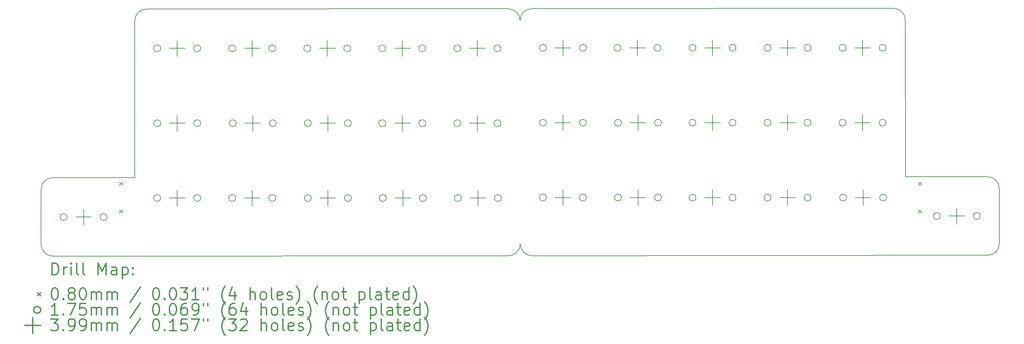
<source format=gbr>
%FSLAX45Y45*%
G04 Gerber Fmt 4.5, Leading zero omitted, Abs format (unit mm)*
G04 Created by KiCad (PCBNEW (5.1.4)-1) date 2020-11-17 13:54:00*
%MOMM*%
%LPD*%
G04 APERTURE LIST*
%ADD10C,0.200000*%
%ADD11C,0.300000*%
G04 APERTURE END LIST*
D10*
X2488767Y-10193455D02*
G75*
G02X2788498Y-9893165I300000J290D01*
G01*
X4869685Y-9891303D02*
X2788498Y-9893165D01*
X14651331Y-11582559D02*
G75*
G02X14351600Y-11882827I-300000J-268D01*
G01*
X2790389Y-11893169D02*
X14351600Y-11882827D01*
X2790389Y-11893169D02*
G75*
G02X2490121Y-11593459I-268J300000D01*
G01*
X2488767Y-10193455D02*
X2490121Y-11593459D01*
X4866120Y-5905126D02*
X4869685Y-9891303D01*
X4866120Y-5905126D02*
G75*
G02X5165853Y-5604858I300000J268D01*
G01*
X14345979Y-5596699D02*
G75*
G02X14646245Y-5896431I267J-300000D01*
G01*
X5165853Y-5604858D02*
X14345978Y-5596699D01*
X14646245Y-5896431D02*
G75*
G02X14945975Y-5596162I300000J268D01*
G01*
X24126100Y-5587897D02*
G75*
G02X24426370Y-5887629I270J-300000D01*
G01*
X26511123Y-9871944D02*
G75*
G02X26811392Y-10171697I268J-300000D01*
G01*
X24429936Y-9873806D02*
X26511123Y-9871944D01*
X26812543Y-11571702D02*
G75*
G02X26512811Y-11871948I-300000J-247D01*
G01*
X14951600Y-11882290D02*
G75*
G02X14651331Y-11582559I-268J300000D01*
G01*
X26512811Y-11871948D02*
X14951600Y-11882290D01*
X26811392Y-10171697D02*
X26812543Y-11571702D01*
X24426370Y-5887629D02*
X24429936Y-9873806D01*
X24126100Y-5587897D02*
X14945975Y-5596162D01*
D10*
X4481200Y-10013300D02*
X4561200Y-10093300D01*
X4561200Y-10013300D02*
X4481200Y-10093300D01*
X4481200Y-10713300D02*
X4561200Y-10793300D01*
X4561200Y-10713300D02*
X4481200Y-10793300D01*
X24763100Y-10013300D02*
X24843100Y-10093300D01*
X24843100Y-10013300D02*
X24763100Y-10093300D01*
X24763100Y-10713300D02*
X24843100Y-10793300D01*
X24843100Y-10713300D02*
X24763100Y-10793300D01*
X7440800Y-8509000D02*
G75*
G03X7440800Y-8509000I-87500J0D01*
G01*
X8456800Y-8509000D02*
G75*
G03X8456800Y-8509000I-87500J0D01*
G01*
X11238100Y-8509000D02*
G75*
G03X11238100Y-8509000I-87500J0D01*
G01*
X12254100Y-8509000D02*
G75*
G03X12254100Y-8509000I-87500J0D01*
G01*
X11250800Y-10414000D02*
G75*
G03X11250800Y-10414000I-87500J0D01*
G01*
X12266800Y-10414000D02*
G75*
G03X12266800Y-10414000I-87500J0D01*
G01*
X19112100Y-10401300D02*
G75*
G03X19112100Y-10401300I-87500J0D01*
G01*
X20128100Y-10401300D02*
G75*
G03X20128100Y-10401300I-87500J0D01*
G01*
X13143100Y-6604000D02*
G75*
G03X13143100Y-6604000I-87500J0D01*
G01*
X14159100Y-6604000D02*
G75*
G03X14159100Y-6604000I-87500J0D01*
G01*
X25309700Y-10871200D02*
G75*
G03X25309700Y-10871200I-87500J0D01*
G01*
X26325700Y-10871200D02*
G75*
G03X26325700Y-10871200I-87500J0D01*
G01*
X17219800Y-8496300D02*
G75*
G03X17219800Y-8496300I-87500J0D01*
G01*
X18235800Y-8496300D02*
G75*
G03X18235800Y-8496300I-87500J0D01*
G01*
X17219800Y-10401300D02*
G75*
G03X17219800Y-10401300I-87500J0D01*
G01*
X18235800Y-10401300D02*
G75*
G03X18235800Y-10401300I-87500J0D01*
G01*
X7428100Y-10414000D02*
G75*
G03X7428100Y-10414000I-87500J0D01*
G01*
X8444100Y-10414000D02*
G75*
G03X8444100Y-10414000I-87500J0D01*
G01*
X5523100Y-8509000D02*
G75*
G03X5523100Y-8509000I-87500J0D01*
G01*
X6539100Y-8509000D02*
G75*
G03X6539100Y-8509000I-87500J0D01*
G01*
X9345800Y-10414000D02*
G75*
G03X9345800Y-10414000I-87500J0D01*
G01*
X10361800Y-10414000D02*
G75*
G03X10361800Y-10414000I-87500J0D01*
G01*
X5523100Y-10414000D02*
G75*
G03X5523100Y-10414000I-87500J0D01*
G01*
X6539100Y-10414000D02*
G75*
G03X6539100Y-10414000I-87500J0D01*
G01*
X15314800Y-6591300D02*
G75*
G03X15314800Y-6591300I-87500J0D01*
G01*
X16330800Y-6591300D02*
G75*
G03X16330800Y-6591300I-87500J0D01*
G01*
X15314800Y-8496300D02*
G75*
G03X15314800Y-8496300I-87500J0D01*
G01*
X16330800Y-8496300D02*
G75*
G03X16330800Y-8496300I-87500J0D01*
G01*
X22922100Y-8496300D02*
G75*
G03X22922100Y-8496300I-87500J0D01*
G01*
X23938100Y-8496300D02*
G75*
G03X23938100Y-8496300I-87500J0D01*
G01*
X22922100Y-6591300D02*
G75*
G03X22922100Y-6591300I-87500J0D01*
G01*
X23938100Y-6591300D02*
G75*
G03X23938100Y-6591300I-87500J0D01*
G01*
X15314800Y-10401300D02*
G75*
G03X15314800Y-10401300I-87500J0D01*
G01*
X16330800Y-10401300D02*
G75*
G03X16330800Y-10401300I-87500J0D01*
G01*
X22934800Y-10401300D02*
G75*
G03X22934800Y-10401300I-87500J0D01*
G01*
X23950800Y-10401300D02*
G75*
G03X23950800Y-10401300I-87500J0D01*
G01*
X19112100Y-6591300D02*
G75*
G03X19112100Y-6591300I-87500J0D01*
G01*
X20128100Y-6591300D02*
G75*
G03X20128100Y-6591300I-87500J0D01*
G01*
X11238100Y-6604000D02*
G75*
G03X11238100Y-6604000I-87500J0D01*
G01*
X12254100Y-6604000D02*
G75*
G03X12254100Y-6604000I-87500J0D01*
G01*
X13155800Y-10414000D02*
G75*
G03X13155800Y-10414000I-87500J0D01*
G01*
X14171800Y-10414000D02*
G75*
G03X14171800Y-10414000I-87500J0D01*
G01*
X9345800Y-8509000D02*
G75*
G03X9345800Y-8509000I-87500J0D01*
G01*
X10361800Y-8509000D02*
G75*
G03X10361800Y-8509000I-87500J0D01*
G01*
X3148200Y-10896600D02*
G75*
G03X3148200Y-10896600I-87500J0D01*
G01*
X4164200Y-10896600D02*
G75*
G03X4164200Y-10896600I-87500J0D01*
G01*
X5523100Y-6604000D02*
G75*
G03X5523100Y-6604000I-87500J0D01*
G01*
X6539100Y-6604000D02*
G75*
G03X6539100Y-6604000I-87500J0D01*
G01*
X21017100Y-8496300D02*
G75*
G03X21017100Y-8496300I-87500J0D01*
G01*
X22033100Y-8496300D02*
G75*
G03X22033100Y-8496300I-87500J0D01*
G01*
X17207100Y-6591300D02*
G75*
G03X17207100Y-6591300I-87500J0D01*
G01*
X18223100Y-6591300D02*
G75*
G03X18223100Y-6591300I-87500J0D01*
G01*
X19112100Y-8496300D02*
G75*
G03X19112100Y-8496300I-87500J0D01*
G01*
X20128100Y-8496300D02*
G75*
G03X20128100Y-8496300I-87500J0D01*
G01*
X21017100Y-10401300D02*
G75*
G03X21017100Y-10401300I-87500J0D01*
G01*
X22033100Y-10401300D02*
G75*
G03X22033100Y-10401300I-87500J0D01*
G01*
X21017100Y-6591300D02*
G75*
G03X21017100Y-6591300I-87500J0D01*
G01*
X22033100Y-6591300D02*
G75*
G03X22033100Y-6591300I-87500J0D01*
G01*
X9333100Y-6604000D02*
G75*
G03X9333100Y-6604000I-87500J0D01*
G01*
X10349100Y-6604000D02*
G75*
G03X10349100Y-6604000I-87500J0D01*
G01*
X13143100Y-8509000D02*
G75*
G03X13143100Y-8509000I-87500J0D01*
G01*
X14159100Y-8509000D02*
G75*
G03X14159100Y-8509000I-87500J0D01*
G01*
X7428100Y-6604000D02*
G75*
G03X7428100Y-6604000I-87500J0D01*
G01*
X8444100Y-6604000D02*
G75*
G03X8444100Y-6604000I-87500J0D01*
G01*
X3568700Y-10697210D02*
X3568700Y-11095990D01*
X3369310Y-10896600D02*
X3768090Y-10896600D01*
X5943600Y-6404610D02*
X5943600Y-6803390D01*
X5744210Y-6604000D02*
X6142990Y-6604000D01*
X21437600Y-8296910D02*
X21437600Y-8695690D01*
X21238210Y-8496300D02*
X21636990Y-8496300D01*
X17627600Y-6391910D02*
X17627600Y-6790690D01*
X17428210Y-6591300D02*
X17826990Y-6591300D01*
X19532600Y-8296910D02*
X19532600Y-8695690D01*
X19333210Y-8496300D02*
X19731990Y-8496300D01*
X21437600Y-10201910D02*
X21437600Y-10600690D01*
X21238210Y-10401300D02*
X21636990Y-10401300D01*
X21437600Y-6391910D02*
X21437600Y-6790690D01*
X21238210Y-6591300D02*
X21636990Y-6591300D01*
X9753600Y-6404610D02*
X9753600Y-6803390D01*
X9554210Y-6604000D02*
X9952990Y-6604000D01*
X13563600Y-8309610D02*
X13563600Y-8708390D01*
X13364210Y-8509000D02*
X13762990Y-8509000D01*
X7848600Y-6404610D02*
X7848600Y-6803390D01*
X7649210Y-6604000D02*
X8047990Y-6604000D01*
X7861300Y-8309610D02*
X7861300Y-8708390D01*
X7661910Y-8509000D02*
X8060690Y-8509000D01*
X11658600Y-8309610D02*
X11658600Y-8708390D01*
X11459210Y-8509000D02*
X11857990Y-8509000D01*
X11671300Y-10214610D02*
X11671300Y-10613390D01*
X11471910Y-10414000D02*
X11870690Y-10414000D01*
X19532600Y-10201910D02*
X19532600Y-10600690D01*
X19333210Y-10401300D02*
X19731990Y-10401300D01*
X13563600Y-6404610D02*
X13563600Y-6803390D01*
X13364210Y-6604000D02*
X13762990Y-6604000D01*
X25730200Y-10671810D02*
X25730200Y-11070590D01*
X25530810Y-10871200D02*
X25929590Y-10871200D01*
X17640300Y-8296910D02*
X17640300Y-8695690D01*
X17440910Y-8496300D02*
X17839690Y-8496300D01*
X17640300Y-10201910D02*
X17640300Y-10600690D01*
X17440910Y-10401300D02*
X17839690Y-10401300D01*
X7848600Y-10214610D02*
X7848600Y-10613390D01*
X7649210Y-10414000D02*
X8047990Y-10414000D01*
X5943600Y-8309610D02*
X5943600Y-8708390D01*
X5744210Y-8509000D02*
X6142990Y-8509000D01*
X9766300Y-10214610D02*
X9766300Y-10613390D01*
X9566910Y-10414000D02*
X9965690Y-10414000D01*
X5943600Y-10214610D02*
X5943600Y-10613390D01*
X5744210Y-10414000D02*
X6142990Y-10414000D01*
X15735300Y-6391910D02*
X15735300Y-6790690D01*
X15535910Y-6591300D02*
X15934690Y-6591300D01*
X15735300Y-8296910D02*
X15735300Y-8695690D01*
X15535910Y-8496300D02*
X15934690Y-8496300D01*
X23342600Y-8296910D02*
X23342600Y-8695690D01*
X23143210Y-8496300D02*
X23541990Y-8496300D01*
X23342600Y-6391910D02*
X23342600Y-6790690D01*
X23143210Y-6591300D02*
X23541990Y-6591300D01*
X15735300Y-10201910D02*
X15735300Y-10600690D01*
X15535910Y-10401300D02*
X15934690Y-10401300D01*
X23355300Y-10201910D02*
X23355300Y-10600690D01*
X23155910Y-10401300D02*
X23554690Y-10401300D01*
X19532600Y-6391910D02*
X19532600Y-6790690D01*
X19333210Y-6591300D02*
X19731990Y-6591300D01*
X11658600Y-6404610D02*
X11658600Y-6803390D01*
X11459210Y-6604000D02*
X11857990Y-6604000D01*
X13576300Y-10214610D02*
X13576300Y-10613390D01*
X13376910Y-10414000D02*
X13775690Y-10414000D01*
X9766300Y-8309610D02*
X9766300Y-8708390D01*
X9566910Y-8509000D02*
X9965690Y-8509000D01*
D11*
X2765195Y-12368883D02*
X2765195Y-12068883D01*
X2836624Y-12068883D01*
X2879481Y-12083169D01*
X2908052Y-12111740D01*
X2922338Y-12140312D01*
X2936624Y-12197455D01*
X2936624Y-12240312D01*
X2922338Y-12297455D01*
X2908052Y-12326026D01*
X2879481Y-12354597D01*
X2836624Y-12368883D01*
X2765195Y-12368883D01*
X3065195Y-12368883D02*
X3065195Y-12168883D01*
X3065195Y-12226026D02*
X3079481Y-12197455D01*
X3093766Y-12183169D01*
X3122338Y-12168883D01*
X3150909Y-12168883D01*
X3250909Y-12368883D02*
X3250909Y-12168883D01*
X3250909Y-12068883D02*
X3236624Y-12083169D01*
X3250909Y-12097455D01*
X3265195Y-12083169D01*
X3250909Y-12068883D01*
X3250909Y-12097455D01*
X3436624Y-12368883D02*
X3408052Y-12354597D01*
X3393766Y-12326026D01*
X3393766Y-12068883D01*
X3593766Y-12368883D02*
X3565195Y-12354597D01*
X3550909Y-12326026D01*
X3550909Y-12068883D01*
X3936624Y-12368883D02*
X3936624Y-12068883D01*
X4036624Y-12283169D01*
X4136624Y-12068883D01*
X4136624Y-12368883D01*
X4408052Y-12368883D02*
X4408052Y-12211740D01*
X4393767Y-12183169D01*
X4365195Y-12168883D01*
X4308052Y-12168883D01*
X4279481Y-12183169D01*
X4408052Y-12354597D02*
X4379481Y-12368883D01*
X4308052Y-12368883D01*
X4279481Y-12354597D01*
X4265195Y-12326026D01*
X4265195Y-12297455D01*
X4279481Y-12268883D01*
X4308052Y-12254597D01*
X4379481Y-12254597D01*
X4408052Y-12240312D01*
X4550909Y-12168883D02*
X4550909Y-12468883D01*
X4550909Y-12183169D02*
X4579481Y-12168883D01*
X4636624Y-12168883D01*
X4665195Y-12183169D01*
X4679481Y-12197455D01*
X4693767Y-12226026D01*
X4693767Y-12311740D01*
X4679481Y-12340312D01*
X4665195Y-12354597D01*
X4636624Y-12368883D01*
X4579481Y-12368883D01*
X4550909Y-12354597D01*
X4822338Y-12340312D02*
X4836624Y-12354597D01*
X4822338Y-12368883D01*
X4808052Y-12354597D01*
X4822338Y-12340312D01*
X4822338Y-12368883D01*
X4822338Y-12183169D02*
X4836624Y-12197455D01*
X4822338Y-12211740D01*
X4808052Y-12197455D01*
X4822338Y-12183169D01*
X4822338Y-12211740D01*
X2398767Y-12823169D02*
X2478767Y-12903169D01*
X2478767Y-12823169D02*
X2398767Y-12903169D01*
X2822338Y-12698883D02*
X2850909Y-12698883D01*
X2879481Y-12713169D01*
X2893766Y-12727455D01*
X2908052Y-12756026D01*
X2922338Y-12813169D01*
X2922338Y-12884597D01*
X2908052Y-12941740D01*
X2893766Y-12970312D01*
X2879481Y-12984597D01*
X2850909Y-12998883D01*
X2822338Y-12998883D01*
X2793767Y-12984597D01*
X2779481Y-12970312D01*
X2765195Y-12941740D01*
X2750909Y-12884597D01*
X2750909Y-12813169D01*
X2765195Y-12756026D01*
X2779481Y-12727455D01*
X2793767Y-12713169D01*
X2822338Y-12698883D01*
X3050909Y-12970312D02*
X3065195Y-12984597D01*
X3050909Y-12998883D01*
X3036624Y-12984597D01*
X3050909Y-12970312D01*
X3050909Y-12998883D01*
X3236624Y-12827455D02*
X3208052Y-12813169D01*
X3193766Y-12798883D01*
X3179481Y-12770312D01*
X3179481Y-12756026D01*
X3193766Y-12727455D01*
X3208052Y-12713169D01*
X3236624Y-12698883D01*
X3293766Y-12698883D01*
X3322338Y-12713169D01*
X3336624Y-12727455D01*
X3350909Y-12756026D01*
X3350909Y-12770312D01*
X3336624Y-12798883D01*
X3322338Y-12813169D01*
X3293766Y-12827455D01*
X3236624Y-12827455D01*
X3208052Y-12841740D01*
X3193766Y-12856026D01*
X3179481Y-12884597D01*
X3179481Y-12941740D01*
X3193766Y-12970312D01*
X3208052Y-12984597D01*
X3236624Y-12998883D01*
X3293766Y-12998883D01*
X3322338Y-12984597D01*
X3336624Y-12970312D01*
X3350909Y-12941740D01*
X3350909Y-12884597D01*
X3336624Y-12856026D01*
X3322338Y-12841740D01*
X3293766Y-12827455D01*
X3536624Y-12698883D02*
X3565195Y-12698883D01*
X3593766Y-12713169D01*
X3608052Y-12727455D01*
X3622338Y-12756026D01*
X3636624Y-12813169D01*
X3636624Y-12884597D01*
X3622338Y-12941740D01*
X3608052Y-12970312D01*
X3593766Y-12984597D01*
X3565195Y-12998883D01*
X3536624Y-12998883D01*
X3508052Y-12984597D01*
X3493766Y-12970312D01*
X3479481Y-12941740D01*
X3465195Y-12884597D01*
X3465195Y-12813169D01*
X3479481Y-12756026D01*
X3493766Y-12727455D01*
X3508052Y-12713169D01*
X3536624Y-12698883D01*
X3765195Y-12998883D02*
X3765195Y-12798883D01*
X3765195Y-12827455D02*
X3779481Y-12813169D01*
X3808052Y-12798883D01*
X3850909Y-12798883D01*
X3879481Y-12813169D01*
X3893766Y-12841740D01*
X3893766Y-12998883D01*
X3893766Y-12841740D02*
X3908052Y-12813169D01*
X3936624Y-12798883D01*
X3979481Y-12798883D01*
X4008052Y-12813169D01*
X4022338Y-12841740D01*
X4022338Y-12998883D01*
X4165195Y-12998883D02*
X4165195Y-12798883D01*
X4165195Y-12827455D02*
X4179481Y-12813169D01*
X4208052Y-12798883D01*
X4250909Y-12798883D01*
X4279481Y-12813169D01*
X4293767Y-12841740D01*
X4293767Y-12998883D01*
X4293767Y-12841740D02*
X4308052Y-12813169D01*
X4336624Y-12798883D01*
X4379481Y-12798883D01*
X4408052Y-12813169D01*
X4422338Y-12841740D01*
X4422338Y-12998883D01*
X5008052Y-12684597D02*
X4750909Y-13070312D01*
X5393767Y-12698883D02*
X5422338Y-12698883D01*
X5450909Y-12713169D01*
X5465195Y-12727455D01*
X5479481Y-12756026D01*
X5493766Y-12813169D01*
X5493766Y-12884597D01*
X5479481Y-12941740D01*
X5465195Y-12970312D01*
X5450909Y-12984597D01*
X5422338Y-12998883D01*
X5393767Y-12998883D01*
X5365195Y-12984597D01*
X5350909Y-12970312D01*
X5336624Y-12941740D01*
X5322338Y-12884597D01*
X5322338Y-12813169D01*
X5336624Y-12756026D01*
X5350909Y-12727455D01*
X5365195Y-12713169D01*
X5393767Y-12698883D01*
X5622338Y-12970312D02*
X5636624Y-12984597D01*
X5622338Y-12998883D01*
X5608052Y-12984597D01*
X5622338Y-12970312D01*
X5622338Y-12998883D01*
X5822338Y-12698883D02*
X5850909Y-12698883D01*
X5879481Y-12713169D01*
X5893766Y-12727455D01*
X5908052Y-12756026D01*
X5922338Y-12813169D01*
X5922338Y-12884597D01*
X5908052Y-12941740D01*
X5893766Y-12970312D01*
X5879481Y-12984597D01*
X5850909Y-12998883D01*
X5822338Y-12998883D01*
X5793766Y-12984597D01*
X5779481Y-12970312D01*
X5765195Y-12941740D01*
X5750909Y-12884597D01*
X5750909Y-12813169D01*
X5765195Y-12756026D01*
X5779481Y-12727455D01*
X5793766Y-12713169D01*
X5822338Y-12698883D01*
X6022338Y-12698883D02*
X6208052Y-12698883D01*
X6108052Y-12813169D01*
X6150909Y-12813169D01*
X6179481Y-12827455D01*
X6193766Y-12841740D01*
X6208052Y-12870312D01*
X6208052Y-12941740D01*
X6193766Y-12970312D01*
X6179481Y-12984597D01*
X6150909Y-12998883D01*
X6065195Y-12998883D01*
X6036624Y-12984597D01*
X6022338Y-12970312D01*
X6493766Y-12998883D02*
X6322338Y-12998883D01*
X6408052Y-12998883D02*
X6408052Y-12698883D01*
X6379481Y-12741740D01*
X6350909Y-12770312D01*
X6322338Y-12784597D01*
X6608052Y-12698883D02*
X6608052Y-12756026D01*
X6722338Y-12698883D02*
X6722338Y-12756026D01*
X7165195Y-13113169D02*
X7150909Y-13098883D01*
X7122338Y-13056026D01*
X7108052Y-13027455D01*
X7093766Y-12984597D01*
X7079481Y-12913169D01*
X7079481Y-12856026D01*
X7093766Y-12784597D01*
X7108052Y-12741740D01*
X7122338Y-12713169D01*
X7150909Y-12670312D01*
X7165195Y-12656026D01*
X7408052Y-12798883D02*
X7408052Y-12998883D01*
X7336624Y-12684597D02*
X7265195Y-12898883D01*
X7450909Y-12898883D01*
X7793766Y-12998883D02*
X7793766Y-12698883D01*
X7922338Y-12998883D02*
X7922338Y-12841740D01*
X7908052Y-12813169D01*
X7879481Y-12798883D01*
X7836624Y-12798883D01*
X7808052Y-12813169D01*
X7793766Y-12827455D01*
X8108052Y-12998883D02*
X8079481Y-12984597D01*
X8065195Y-12970312D01*
X8050909Y-12941740D01*
X8050909Y-12856026D01*
X8065195Y-12827455D01*
X8079481Y-12813169D01*
X8108052Y-12798883D01*
X8150909Y-12798883D01*
X8179481Y-12813169D01*
X8193766Y-12827455D01*
X8208052Y-12856026D01*
X8208052Y-12941740D01*
X8193766Y-12970312D01*
X8179481Y-12984597D01*
X8150909Y-12998883D01*
X8108052Y-12998883D01*
X8379481Y-12998883D02*
X8350909Y-12984597D01*
X8336624Y-12956026D01*
X8336624Y-12698883D01*
X8608052Y-12984597D02*
X8579481Y-12998883D01*
X8522338Y-12998883D01*
X8493767Y-12984597D01*
X8479481Y-12956026D01*
X8479481Y-12841740D01*
X8493767Y-12813169D01*
X8522338Y-12798883D01*
X8579481Y-12798883D01*
X8608052Y-12813169D01*
X8622338Y-12841740D01*
X8622338Y-12870312D01*
X8479481Y-12898883D01*
X8736624Y-12984597D02*
X8765195Y-12998883D01*
X8822338Y-12998883D01*
X8850909Y-12984597D01*
X8865195Y-12956026D01*
X8865195Y-12941740D01*
X8850909Y-12913169D01*
X8822338Y-12898883D01*
X8779481Y-12898883D01*
X8750909Y-12884597D01*
X8736624Y-12856026D01*
X8736624Y-12841740D01*
X8750909Y-12813169D01*
X8779481Y-12798883D01*
X8822338Y-12798883D01*
X8850909Y-12813169D01*
X8965195Y-13113169D02*
X8979481Y-13098883D01*
X9008052Y-13056026D01*
X9022338Y-13027455D01*
X9036624Y-12984597D01*
X9050909Y-12913169D01*
X9050909Y-12856026D01*
X9036624Y-12784597D01*
X9022338Y-12741740D01*
X9008052Y-12713169D01*
X8979481Y-12670312D01*
X8965195Y-12656026D01*
X9508052Y-13113169D02*
X9493767Y-13098883D01*
X9465195Y-13056026D01*
X9450909Y-13027455D01*
X9436624Y-12984597D01*
X9422338Y-12913169D01*
X9422338Y-12856026D01*
X9436624Y-12784597D01*
X9450909Y-12741740D01*
X9465195Y-12713169D01*
X9493767Y-12670312D01*
X9508052Y-12656026D01*
X9622338Y-12798883D02*
X9622338Y-12998883D01*
X9622338Y-12827455D02*
X9636624Y-12813169D01*
X9665195Y-12798883D01*
X9708052Y-12798883D01*
X9736624Y-12813169D01*
X9750909Y-12841740D01*
X9750909Y-12998883D01*
X9936624Y-12998883D02*
X9908052Y-12984597D01*
X9893767Y-12970312D01*
X9879481Y-12941740D01*
X9879481Y-12856026D01*
X9893767Y-12827455D01*
X9908052Y-12813169D01*
X9936624Y-12798883D01*
X9979481Y-12798883D01*
X10008052Y-12813169D01*
X10022338Y-12827455D01*
X10036624Y-12856026D01*
X10036624Y-12941740D01*
X10022338Y-12970312D01*
X10008052Y-12984597D01*
X9979481Y-12998883D01*
X9936624Y-12998883D01*
X10122338Y-12798883D02*
X10236624Y-12798883D01*
X10165195Y-12698883D02*
X10165195Y-12956026D01*
X10179481Y-12984597D01*
X10208052Y-12998883D01*
X10236624Y-12998883D01*
X10565195Y-12798883D02*
X10565195Y-13098883D01*
X10565195Y-12813169D02*
X10593767Y-12798883D01*
X10650909Y-12798883D01*
X10679481Y-12813169D01*
X10693767Y-12827455D01*
X10708052Y-12856026D01*
X10708052Y-12941740D01*
X10693767Y-12970312D01*
X10679481Y-12984597D01*
X10650909Y-12998883D01*
X10593767Y-12998883D01*
X10565195Y-12984597D01*
X10879481Y-12998883D02*
X10850909Y-12984597D01*
X10836624Y-12956026D01*
X10836624Y-12698883D01*
X11122338Y-12998883D02*
X11122338Y-12841740D01*
X11108052Y-12813169D01*
X11079481Y-12798883D01*
X11022338Y-12798883D01*
X10993767Y-12813169D01*
X11122338Y-12984597D02*
X11093767Y-12998883D01*
X11022338Y-12998883D01*
X10993767Y-12984597D01*
X10979481Y-12956026D01*
X10979481Y-12927455D01*
X10993767Y-12898883D01*
X11022338Y-12884597D01*
X11093767Y-12884597D01*
X11122338Y-12870312D01*
X11222338Y-12798883D02*
X11336624Y-12798883D01*
X11265195Y-12698883D02*
X11265195Y-12956026D01*
X11279481Y-12984597D01*
X11308052Y-12998883D01*
X11336624Y-12998883D01*
X11550909Y-12984597D02*
X11522338Y-12998883D01*
X11465195Y-12998883D01*
X11436624Y-12984597D01*
X11422338Y-12956026D01*
X11422338Y-12841740D01*
X11436624Y-12813169D01*
X11465195Y-12798883D01*
X11522338Y-12798883D01*
X11550909Y-12813169D01*
X11565195Y-12841740D01*
X11565195Y-12870312D01*
X11422338Y-12898883D01*
X11822338Y-12998883D02*
X11822338Y-12698883D01*
X11822338Y-12984597D02*
X11793766Y-12998883D01*
X11736624Y-12998883D01*
X11708052Y-12984597D01*
X11693766Y-12970312D01*
X11679481Y-12941740D01*
X11679481Y-12856026D01*
X11693766Y-12827455D01*
X11708052Y-12813169D01*
X11736624Y-12798883D01*
X11793766Y-12798883D01*
X11822338Y-12813169D01*
X11936624Y-13113169D02*
X11950909Y-13098883D01*
X11979481Y-13056026D01*
X11993766Y-13027455D01*
X12008052Y-12984597D01*
X12022338Y-12913169D01*
X12022338Y-12856026D01*
X12008052Y-12784597D01*
X11993766Y-12741740D01*
X11979481Y-12713169D01*
X11950909Y-12670312D01*
X11936624Y-12656026D01*
X2478767Y-13259169D02*
G75*
G03X2478767Y-13259169I-87500J0D01*
G01*
X2922338Y-13394883D02*
X2750909Y-13394883D01*
X2836624Y-13394883D02*
X2836624Y-13094883D01*
X2808052Y-13137740D01*
X2779481Y-13166312D01*
X2750909Y-13180597D01*
X3050909Y-13366312D02*
X3065195Y-13380597D01*
X3050909Y-13394883D01*
X3036624Y-13380597D01*
X3050909Y-13366312D01*
X3050909Y-13394883D01*
X3165195Y-13094883D02*
X3365195Y-13094883D01*
X3236624Y-13394883D01*
X3622338Y-13094883D02*
X3479481Y-13094883D01*
X3465195Y-13237740D01*
X3479481Y-13223455D01*
X3508052Y-13209169D01*
X3579481Y-13209169D01*
X3608052Y-13223455D01*
X3622338Y-13237740D01*
X3636624Y-13266312D01*
X3636624Y-13337740D01*
X3622338Y-13366312D01*
X3608052Y-13380597D01*
X3579481Y-13394883D01*
X3508052Y-13394883D01*
X3479481Y-13380597D01*
X3465195Y-13366312D01*
X3765195Y-13394883D02*
X3765195Y-13194883D01*
X3765195Y-13223455D02*
X3779481Y-13209169D01*
X3808052Y-13194883D01*
X3850909Y-13194883D01*
X3879481Y-13209169D01*
X3893766Y-13237740D01*
X3893766Y-13394883D01*
X3893766Y-13237740D02*
X3908052Y-13209169D01*
X3936624Y-13194883D01*
X3979481Y-13194883D01*
X4008052Y-13209169D01*
X4022338Y-13237740D01*
X4022338Y-13394883D01*
X4165195Y-13394883D02*
X4165195Y-13194883D01*
X4165195Y-13223455D02*
X4179481Y-13209169D01*
X4208052Y-13194883D01*
X4250909Y-13194883D01*
X4279481Y-13209169D01*
X4293767Y-13237740D01*
X4293767Y-13394883D01*
X4293767Y-13237740D02*
X4308052Y-13209169D01*
X4336624Y-13194883D01*
X4379481Y-13194883D01*
X4408052Y-13209169D01*
X4422338Y-13237740D01*
X4422338Y-13394883D01*
X5008052Y-13080597D02*
X4750909Y-13466312D01*
X5393767Y-13094883D02*
X5422338Y-13094883D01*
X5450909Y-13109169D01*
X5465195Y-13123455D01*
X5479481Y-13152026D01*
X5493766Y-13209169D01*
X5493766Y-13280597D01*
X5479481Y-13337740D01*
X5465195Y-13366312D01*
X5450909Y-13380597D01*
X5422338Y-13394883D01*
X5393767Y-13394883D01*
X5365195Y-13380597D01*
X5350909Y-13366312D01*
X5336624Y-13337740D01*
X5322338Y-13280597D01*
X5322338Y-13209169D01*
X5336624Y-13152026D01*
X5350909Y-13123455D01*
X5365195Y-13109169D01*
X5393767Y-13094883D01*
X5622338Y-13366312D02*
X5636624Y-13380597D01*
X5622338Y-13394883D01*
X5608052Y-13380597D01*
X5622338Y-13366312D01*
X5622338Y-13394883D01*
X5822338Y-13094883D02*
X5850909Y-13094883D01*
X5879481Y-13109169D01*
X5893766Y-13123455D01*
X5908052Y-13152026D01*
X5922338Y-13209169D01*
X5922338Y-13280597D01*
X5908052Y-13337740D01*
X5893766Y-13366312D01*
X5879481Y-13380597D01*
X5850909Y-13394883D01*
X5822338Y-13394883D01*
X5793766Y-13380597D01*
X5779481Y-13366312D01*
X5765195Y-13337740D01*
X5750909Y-13280597D01*
X5750909Y-13209169D01*
X5765195Y-13152026D01*
X5779481Y-13123455D01*
X5793766Y-13109169D01*
X5822338Y-13094883D01*
X6179481Y-13094883D02*
X6122338Y-13094883D01*
X6093766Y-13109169D01*
X6079481Y-13123455D01*
X6050909Y-13166312D01*
X6036624Y-13223455D01*
X6036624Y-13337740D01*
X6050909Y-13366312D01*
X6065195Y-13380597D01*
X6093766Y-13394883D01*
X6150909Y-13394883D01*
X6179481Y-13380597D01*
X6193766Y-13366312D01*
X6208052Y-13337740D01*
X6208052Y-13266312D01*
X6193766Y-13237740D01*
X6179481Y-13223455D01*
X6150909Y-13209169D01*
X6093766Y-13209169D01*
X6065195Y-13223455D01*
X6050909Y-13237740D01*
X6036624Y-13266312D01*
X6350909Y-13394883D02*
X6408052Y-13394883D01*
X6436624Y-13380597D01*
X6450909Y-13366312D01*
X6479481Y-13323455D01*
X6493766Y-13266312D01*
X6493766Y-13152026D01*
X6479481Y-13123455D01*
X6465195Y-13109169D01*
X6436624Y-13094883D01*
X6379481Y-13094883D01*
X6350909Y-13109169D01*
X6336624Y-13123455D01*
X6322338Y-13152026D01*
X6322338Y-13223455D01*
X6336624Y-13252026D01*
X6350909Y-13266312D01*
X6379481Y-13280597D01*
X6436624Y-13280597D01*
X6465195Y-13266312D01*
X6479481Y-13252026D01*
X6493766Y-13223455D01*
X6608052Y-13094883D02*
X6608052Y-13152026D01*
X6722338Y-13094883D02*
X6722338Y-13152026D01*
X7165195Y-13509169D02*
X7150909Y-13494883D01*
X7122338Y-13452026D01*
X7108052Y-13423455D01*
X7093766Y-13380597D01*
X7079481Y-13309169D01*
X7079481Y-13252026D01*
X7093766Y-13180597D01*
X7108052Y-13137740D01*
X7122338Y-13109169D01*
X7150909Y-13066312D01*
X7165195Y-13052026D01*
X7408052Y-13094883D02*
X7350909Y-13094883D01*
X7322338Y-13109169D01*
X7308052Y-13123455D01*
X7279481Y-13166312D01*
X7265195Y-13223455D01*
X7265195Y-13337740D01*
X7279481Y-13366312D01*
X7293766Y-13380597D01*
X7322338Y-13394883D01*
X7379481Y-13394883D01*
X7408052Y-13380597D01*
X7422338Y-13366312D01*
X7436624Y-13337740D01*
X7436624Y-13266312D01*
X7422338Y-13237740D01*
X7408052Y-13223455D01*
X7379481Y-13209169D01*
X7322338Y-13209169D01*
X7293766Y-13223455D01*
X7279481Y-13237740D01*
X7265195Y-13266312D01*
X7693766Y-13194883D02*
X7693766Y-13394883D01*
X7622338Y-13080597D02*
X7550909Y-13294883D01*
X7736624Y-13294883D01*
X8079481Y-13394883D02*
X8079481Y-13094883D01*
X8208052Y-13394883D02*
X8208052Y-13237740D01*
X8193766Y-13209169D01*
X8165195Y-13194883D01*
X8122338Y-13194883D01*
X8093766Y-13209169D01*
X8079481Y-13223455D01*
X8393767Y-13394883D02*
X8365195Y-13380597D01*
X8350909Y-13366312D01*
X8336624Y-13337740D01*
X8336624Y-13252026D01*
X8350909Y-13223455D01*
X8365195Y-13209169D01*
X8393767Y-13194883D01*
X8436624Y-13194883D01*
X8465195Y-13209169D01*
X8479481Y-13223455D01*
X8493767Y-13252026D01*
X8493767Y-13337740D01*
X8479481Y-13366312D01*
X8465195Y-13380597D01*
X8436624Y-13394883D01*
X8393767Y-13394883D01*
X8665195Y-13394883D02*
X8636624Y-13380597D01*
X8622338Y-13352026D01*
X8622338Y-13094883D01*
X8893767Y-13380597D02*
X8865195Y-13394883D01*
X8808052Y-13394883D01*
X8779481Y-13380597D01*
X8765195Y-13352026D01*
X8765195Y-13237740D01*
X8779481Y-13209169D01*
X8808052Y-13194883D01*
X8865195Y-13194883D01*
X8893767Y-13209169D01*
X8908052Y-13237740D01*
X8908052Y-13266312D01*
X8765195Y-13294883D01*
X9022338Y-13380597D02*
X9050909Y-13394883D01*
X9108052Y-13394883D01*
X9136624Y-13380597D01*
X9150909Y-13352026D01*
X9150909Y-13337740D01*
X9136624Y-13309169D01*
X9108052Y-13294883D01*
X9065195Y-13294883D01*
X9036624Y-13280597D01*
X9022338Y-13252026D01*
X9022338Y-13237740D01*
X9036624Y-13209169D01*
X9065195Y-13194883D01*
X9108052Y-13194883D01*
X9136624Y-13209169D01*
X9250909Y-13509169D02*
X9265195Y-13494883D01*
X9293767Y-13452026D01*
X9308052Y-13423455D01*
X9322338Y-13380597D01*
X9336624Y-13309169D01*
X9336624Y-13252026D01*
X9322338Y-13180597D01*
X9308052Y-13137740D01*
X9293767Y-13109169D01*
X9265195Y-13066312D01*
X9250909Y-13052026D01*
X9793766Y-13509169D02*
X9779481Y-13494883D01*
X9750909Y-13452026D01*
X9736624Y-13423455D01*
X9722338Y-13380597D01*
X9708052Y-13309169D01*
X9708052Y-13252026D01*
X9722338Y-13180597D01*
X9736624Y-13137740D01*
X9750909Y-13109169D01*
X9779481Y-13066312D01*
X9793766Y-13052026D01*
X9908052Y-13194883D02*
X9908052Y-13394883D01*
X9908052Y-13223455D02*
X9922338Y-13209169D01*
X9950909Y-13194883D01*
X9993766Y-13194883D01*
X10022338Y-13209169D01*
X10036624Y-13237740D01*
X10036624Y-13394883D01*
X10222338Y-13394883D02*
X10193766Y-13380597D01*
X10179481Y-13366312D01*
X10165195Y-13337740D01*
X10165195Y-13252026D01*
X10179481Y-13223455D01*
X10193766Y-13209169D01*
X10222338Y-13194883D01*
X10265195Y-13194883D01*
X10293766Y-13209169D01*
X10308052Y-13223455D01*
X10322338Y-13252026D01*
X10322338Y-13337740D01*
X10308052Y-13366312D01*
X10293766Y-13380597D01*
X10265195Y-13394883D01*
X10222338Y-13394883D01*
X10408052Y-13194883D02*
X10522338Y-13194883D01*
X10450909Y-13094883D02*
X10450909Y-13352026D01*
X10465195Y-13380597D01*
X10493767Y-13394883D01*
X10522338Y-13394883D01*
X10850909Y-13194883D02*
X10850909Y-13494883D01*
X10850909Y-13209169D02*
X10879481Y-13194883D01*
X10936624Y-13194883D01*
X10965195Y-13209169D01*
X10979481Y-13223455D01*
X10993767Y-13252026D01*
X10993767Y-13337740D01*
X10979481Y-13366312D01*
X10965195Y-13380597D01*
X10936624Y-13394883D01*
X10879481Y-13394883D01*
X10850909Y-13380597D01*
X11165195Y-13394883D02*
X11136624Y-13380597D01*
X11122338Y-13352026D01*
X11122338Y-13094883D01*
X11408052Y-13394883D02*
X11408052Y-13237740D01*
X11393766Y-13209169D01*
X11365195Y-13194883D01*
X11308052Y-13194883D01*
X11279481Y-13209169D01*
X11408052Y-13380597D02*
X11379481Y-13394883D01*
X11308052Y-13394883D01*
X11279481Y-13380597D01*
X11265195Y-13352026D01*
X11265195Y-13323455D01*
X11279481Y-13294883D01*
X11308052Y-13280597D01*
X11379481Y-13280597D01*
X11408052Y-13266312D01*
X11508052Y-13194883D02*
X11622338Y-13194883D01*
X11550909Y-13094883D02*
X11550909Y-13352026D01*
X11565195Y-13380597D01*
X11593766Y-13394883D01*
X11622338Y-13394883D01*
X11836624Y-13380597D02*
X11808052Y-13394883D01*
X11750909Y-13394883D01*
X11722338Y-13380597D01*
X11708052Y-13352026D01*
X11708052Y-13237740D01*
X11722338Y-13209169D01*
X11750909Y-13194883D01*
X11808052Y-13194883D01*
X11836624Y-13209169D01*
X11850909Y-13237740D01*
X11850909Y-13266312D01*
X11708052Y-13294883D01*
X12108052Y-13394883D02*
X12108052Y-13094883D01*
X12108052Y-13380597D02*
X12079481Y-13394883D01*
X12022338Y-13394883D01*
X11993766Y-13380597D01*
X11979481Y-13366312D01*
X11965195Y-13337740D01*
X11965195Y-13252026D01*
X11979481Y-13223455D01*
X11993766Y-13209169D01*
X12022338Y-13194883D01*
X12079481Y-13194883D01*
X12108052Y-13209169D01*
X12222338Y-13509169D02*
X12236624Y-13494883D01*
X12265195Y-13452026D01*
X12279481Y-13423455D01*
X12293766Y-13380597D01*
X12308052Y-13309169D01*
X12308052Y-13252026D01*
X12293766Y-13180597D01*
X12279481Y-13137740D01*
X12265195Y-13109169D01*
X12236624Y-13066312D01*
X12222338Y-13052026D01*
X2279377Y-13455779D02*
X2279377Y-13854559D01*
X2079986Y-13655169D02*
X2478767Y-13655169D01*
X2736624Y-13490883D02*
X2922338Y-13490883D01*
X2822338Y-13605169D01*
X2865195Y-13605169D01*
X2893766Y-13619455D01*
X2908052Y-13633740D01*
X2922338Y-13662312D01*
X2922338Y-13733740D01*
X2908052Y-13762312D01*
X2893766Y-13776597D01*
X2865195Y-13790883D01*
X2779481Y-13790883D01*
X2750909Y-13776597D01*
X2736624Y-13762312D01*
X3050909Y-13762312D02*
X3065195Y-13776597D01*
X3050909Y-13790883D01*
X3036624Y-13776597D01*
X3050909Y-13762312D01*
X3050909Y-13790883D01*
X3208052Y-13790883D02*
X3265195Y-13790883D01*
X3293766Y-13776597D01*
X3308052Y-13762312D01*
X3336624Y-13719455D01*
X3350909Y-13662312D01*
X3350909Y-13548026D01*
X3336624Y-13519455D01*
X3322338Y-13505169D01*
X3293766Y-13490883D01*
X3236624Y-13490883D01*
X3208052Y-13505169D01*
X3193766Y-13519455D01*
X3179481Y-13548026D01*
X3179481Y-13619455D01*
X3193766Y-13648026D01*
X3208052Y-13662312D01*
X3236624Y-13676597D01*
X3293766Y-13676597D01*
X3322338Y-13662312D01*
X3336624Y-13648026D01*
X3350909Y-13619455D01*
X3493766Y-13790883D02*
X3550909Y-13790883D01*
X3579481Y-13776597D01*
X3593766Y-13762312D01*
X3622338Y-13719455D01*
X3636624Y-13662312D01*
X3636624Y-13548026D01*
X3622338Y-13519455D01*
X3608052Y-13505169D01*
X3579481Y-13490883D01*
X3522338Y-13490883D01*
X3493766Y-13505169D01*
X3479481Y-13519455D01*
X3465195Y-13548026D01*
X3465195Y-13619455D01*
X3479481Y-13648026D01*
X3493766Y-13662312D01*
X3522338Y-13676597D01*
X3579481Y-13676597D01*
X3608052Y-13662312D01*
X3622338Y-13648026D01*
X3636624Y-13619455D01*
X3765195Y-13790883D02*
X3765195Y-13590883D01*
X3765195Y-13619455D02*
X3779481Y-13605169D01*
X3808052Y-13590883D01*
X3850909Y-13590883D01*
X3879481Y-13605169D01*
X3893766Y-13633740D01*
X3893766Y-13790883D01*
X3893766Y-13633740D02*
X3908052Y-13605169D01*
X3936624Y-13590883D01*
X3979481Y-13590883D01*
X4008052Y-13605169D01*
X4022338Y-13633740D01*
X4022338Y-13790883D01*
X4165195Y-13790883D02*
X4165195Y-13590883D01*
X4165195Y-13619455D02*
X4179481Y-13605169D01*
X4208052Y-13590883D01*
X4250909Y-13590883D01*
X4279481Y-13605169D01*
X4293767Y-13633740D01*
X4293767Y-13790883D01*
X4293767Y-13633740D02*
X4308052Y-13605169D01*
X4336624Y-13590883D01*
X4379481Y-13590883D01*
X4408052Y-13605169D01*
X4422338Y-13633740D01*
X4422338Y-13790883D01*
X5008052Y-13476597D02*
X4750909Y-13862312D01*
X5393767Y-13490883D02*
X5422338Y-13490883D01*
X5450909Y-13505169D01*
X5465195Y-13519455D01*
X5479481Y-13548026D01*
X5493766Y-13605169D01*
X5493766Y-13676597D01*
X5479481Y-13733740D01*
X5465195Y-13762312D01*
X5450909Y-13776597D01*
X5422338Y-13790883D01*
X5393767Y-13790883D01*
X5365195Y-13776597D01*
X5350909Y-13762312D01*
X5336624Y-13733740D01*
X5322338Y-13676597D01*
X5322338Y-13605169D01*
X5336624Y-13548026D01*
X5350909Y-13519455D01*
X5365195Y-13505169D01*
X5393767Y-13490883D01*
X5622338Y-13762312D02*
X5636624Y-13776597D01*
X5622338Y-13790883D01*
X5608052Y-13776597D01*
X5622338Y-13762312D01*
X5622338Y-13790883D01*
X5922338Y-13790883D02*
X5750909Y-13790883D01*
X5836624Y-13790883D02*
X5836624Y-13490883D01*
X5808052Y-13533740D01*
X5779481Y-13562312D01*
X5750909Y-13576597D01*
X6193766Y-13490883D02*
X6050909Y-13490883D01*
X6036624Y-13633740D01*
X6050909Y-13619455D01*
X6079481Y-13605169D01*
X6150909Y-13605169D01*
X6179481Y-13619455D01*
X6193766Y-13633740D01*
X6208052Y-13662312D01*
X6208052Y-13733740D01*
X6193766Y-13762312D01*
X6179481Y-13776597D01*
X6150909Y-13790883D01*
X6079481Y-13790883D01*
X6050909Y-13776597D01*
X6036624Y-13762312D01*
X6308052Y-13490883D02*
X6508052Y-13490883D01*
X6379481Y-13790883D01*
X6608052Y-13490883D02*
X6608052Y-13548026D01*
X6722338Y-13490883D02*
X6722338Y-13548026D01*
X7165195Y-13905169D02*
X7150909Y-13890883D01*
X7122338Y-13848026D01*
X7108052Y-13819455D01*
X7093766Y-13776597D01*
X7079481Y-13705169D01*
X7079481Y-13648026D01*
X7093766Y-13576597D01*
X7108052Y-13533740D01*
X7122338Y-13505169D01*
X7150909Y-13462312D01*
X7165195Y-13448026D01*
X7250909Y-13490883D02*
X7436624Y-13490883D01*
X7336624Y-13605169D01*
X7379481Y-13605169D01*
X7408052Y-13619455D01*
X7422338Y-13633740D01*
X7436624Y-13662312D01*
X7436624Y-13733740D01*
X7422338Y-13762312D01*
X7408052Y-13776597D01*
X7379481Y-13790883D01*
X7293766Y-13790883D01*
X7265195Y-13776597D01*
X7250909Y-13762312D01*
X7550909Y-13519455D02*
X7565195Y-13505169D01*
X7593766Y-13490883D01*
X7665195Y-13490883D01*
X7693766Y-13505169D01*
X7708052Y-13519455D01*
X7722338Y-13548026D01*
X7722338Y-13576597D01*
X7708052Y-13619455D01*
X7536624Y-13790883D01*
X7722338Y-13790883D01*
X8079481Y-13790883D02*
X8079481Y-13490883D01*
X8208052Y-13790883D02*
X8208052Y-13633740D01*
X8193766Y-13605169D01*
X8165195Y-13590883D01*
X8122338Y-13590883D01*
X8093766Y-13605169D01*
X8079481Y-13619455D01*
X8393767Y-13790883D02*
X8365195Y-13776597D01*
X8350909Y-13762312D01*
X8336624Y-13733740D01*
X8336624Y-13648026D01*
X8350909Y-13619455D01*
X8365195Y-13605169D01*
X8393767Y-13590883D01*
X8436624Y-13590883D01*
X8465195Y-13605169D01*
X8479481Y-13619455D01*
X8493767Y-13648026D01*
X8493767Y-13733740D01*
X8479481Y-13762312D01*
X8465195Y-13776597D01*
X8436624Y-13790883D01*
X8393767Y-13790883D01*
X8665195Y-13790883D02*
X8636624Y-13776597D01*
X8622338Y-13748026D01*
X8622338Y-13490883D01*
X8893767Y-13776597D02*
X8865195Y-13790883D01*
X8808052Y-13790883D01*
X8779481Y-13776597D01*
X8765195Y-13748026D01*
X8765195Y-13633740D01*
X8779481Y-13605169D01*
X8808052Y-13590883D01*
X8865195Y-13590883D01*
X8893767Y-13605169D01*
X8908052Y-13633740D01*
X8908052Y-13662312D01*
X8765195Y-13690883D01*
X9022338Y-13776597D02*
X9050909Y-13790883D01*
X9108052Y-13790883D01*
X9136624Y-13776597D01*
X9150909Y-13748026D01*
X9150909Y-13733740D01*
X9136624Y-13705169D01*
X9108052Y-13690883D01*
X9065195Y-13690883D01*
X9036624Y-13676597D01*
X9022338Y-13648026D01*
X9022338Y-13633740D01*
X9036624Y-13605169D01*
X9065195Y-13590883D01*
X9108052Y-13590883D01*
X9136624Y-13605169D01*
X9250909Y-13905169D02*
X9265195Y-13890883D01*
X9293767Y-13848026D01*
X9308052Y-13819455D01*
X9322338Y-13776597D01*
X9336624Y-13705169D01*
X9336624Y-13648026D01*
X9322338Y-13576597D01*
X9308052Y-13533740D01*
X9293767Y-13505169D01*
X9265195Y-13462312D01*
X9250909Y-13448026D01*
X9793766Y-13905169D02*
X9779481Y-13890883D01*
X9750909Y-13848026D01*
X9736624Y-13819455D01*
X9722338Y-13776597D01*
X9708052Y-13705169D01*
X9708052Y-13648026D01*
X9722338Y-13576597D01*
X9736624Y-13533740D01*
X9750909Y-13505169D01*
X9779481Y-13462312D01*
X9793766Y-13448026D01*
X9908052Y-13590883D02*
X9908052Y-13790883D01*
X9908052Y-13619455D02*
X9922338Y-13605169D01*
X9950909Y-13590883D01*
X9993766Y-13590883D01*
X10022338Y-13605169D01*
X10036624Y-13633740D01*
X10036624Y-13790883D01*
X10222338Y-13790883D02*
X10193766Y-13776597D01*
X10179481Y-13762312D01*
X10165195Y-13733740D01*
X10165195Y-13648026D01*
X10179481Y-13619455D01*
X10193766Y-13605169D01*
X10222338Y-13590883D01*
X10265195Y-13590883D01*
X10293766Y-13605169D01*
X10308052Y-13619455D01*
X10322338Y-13648026D01*
X10322338Y-13733740D01*
X10308052Y-13762312D01*
X10293766Y-13776597D01*
X10265195Y-13790883D01*
X10222338Y-13790883D01*
X10408052Y-13590883D02*
X10522338Y-13590883D01*
X10450909Y-13490883D02*
X10450909Y-13748026D01*
X10465195Y-13776597D01*
X10493767Y-13790883D01*
X10522338Y-13790883D01*
X10850909Y-13590883D02*
X10850909Y-13890883D01*
X10850909Y-13605169D02*
X10879481Y-13590883D01*
X10936624Y-13590883D01*
X10965195Y-13605169D01*
X10979481Y-13619455D01*
X10993767Y-13648026D01*
X10993767Y-13733740D01*
X10979481Y-13762312D01*
X10965195Y-13776597D01*
X10936624Y-13790883D01*
X10879481Y-13790883D01*
X10850909Y-13776597D01*
X11165195Y-13790883D02*
X11136624Y-13776597D01*
X11122338Y-13748026D01*
X11122338Y-13490883D01*
X11408052Y-13790883D02*
X11408052Y-13633740D01*
X11393766Y-13605169D01*
X11365195Y-13590883D01*
X11308052Y-13590883D01*
X11279481Y-13605169D01*
X11408052Y-13776597D02*
X11379481Y-13790883D01*
X11308052Y-13790883D01*
X11279481Y-13776597D01*
X11265195Y-13748026D01*
X11265195Y-13719455D01*
X11279481Y-13690883D01*
X11308052Y-13676597D01*
X11379481Y-13676597D01*
X11408052Y-13662312D01*
X11508052Y-13590883D02*
X11622338Y-13590883D01*
X11550909Y-13490883D02*
X11550909Y-13748026D01*
X11565195Y-13776597D01*
X11593766Y-13790883D01*
X11622338Y-13790883D01*
X11836624Y-13776597D02*
X11808052Y-13790883D01*
X11750909Y-13790883D01*
X11722338Y-13776597D01*
X11708052Y-13748026D01*
X11708052Y-13633740D01*
X11722338Y-13605169D01*
X11750909Y-13590883D01*
X11808052Y-13590883D01*
X11836624Y-13605169D01*
X11850909Y-13633740D01*
X11850909Y-13662312D01*
X11708052Y-13690883D01*
X12108052Y-13790883D02*
X12108052Y-13490883D01*
X12108052Y-13776597D02*
X12079481Y-13790883D01*
X12022338Y-13790883D01*
X11993766Y-13776597D01*
X11979481Y-13762312D01*
X11965195Y-13733740D01*
X11965195Y-13648026D01*
X11979481Y-13619455D01*
X11993766Y-13605169D01*
X12022338Y-13590883D01*
X12079481Y-13590883D01*
X12108052Y-13605169D01*
X12222338Y-13905169D02*
X12236624Y-13890883D01*
X12265195Y-13848026D01*
X12279481Y-13819455D01*
X12293766Y-13776597D01*
X12308052Y-13705169D01*
X12308052Y-13648026D01*
X12293766Y-13576597D01*
X12279481Y-13533740D01*
X12265195Y-13505169D01*
X12236624Y-13462312D01*
X12222338Y-13448026D01*
M02*

</source>
